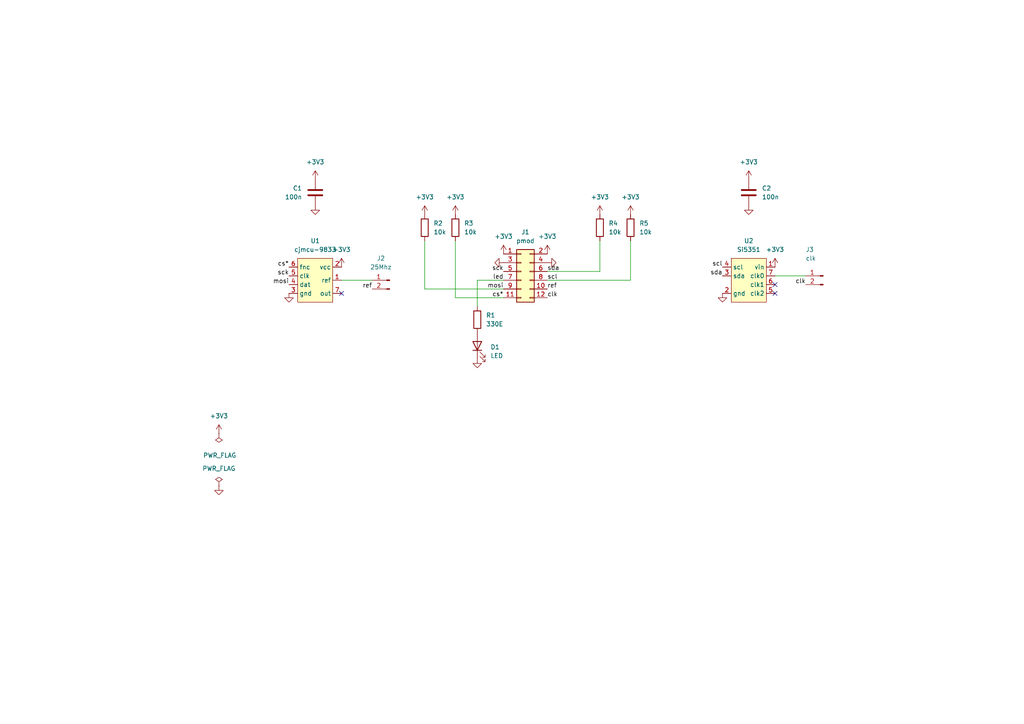
<source format=kicad_sch>
(kicad_sch (version 20211123) (generator eeschema)
  (paper "A4")
  (lib_symbols
    (symbol "Connector:Conn_01x02_Male" (pin_names (offset 1.016) hide)
      (property "Reference" "J" (at 0 2.54 0))
      (property "Value" "Conn_01x02_Male" (at 0 -5.08 0))
      (symbol "Conn_01x02_Male_1_1"
        (polyline (pts (xy 1.27 -2.54) (xy 0.8636 -2.54)) (stroke (width 0.1524)))
        (polyline (pts (xy 1.27 0) (xy 0.8636 0)) (stroke (width 0.1524)))
        (rectangle (start 0.8636 -2.413) (end 0 -2.667) (stroke (width 0.1524)) (fill (type outline)))
        (rectangle (start 0.8636 0.127) (end 0 -0.127) (stroke (width 0.1524)) (fill (type outline)))
        (pin passive line (at 5.08 0 180) (length 3.81) (name "Pin_1") (number "1"))
        (pin passive line (at 5.08 -2.54 180) (length 3.81) (name "Pin_2") (number "2"))
      )
    )
    (symbol "Connector_Generic:Conn_02x06_Odd_Even" (pin_names (offset 1.016) hide)
      (property "Reference" "J" (at 1.27 7.62 0))
      (property "Value" "Conn_02x06_Odd_Even" (at 1.27 -10.16 0))
      (symbol "Conn_02x06_Odd_Even_1_1"
        (rectangle (start -1.27 -7.493) (end 0 -7.747) (stroke (width 0.1524)))
        (rectangle (start -1.27 -4.953) (end 0 -5.207) (stroke (width 0.1524)))
        (rectangle (start -1.27 -2.413) (end 0 -2.667) (stroke (width 0.1524)))
        (rectangle (start -1.27 0.127) (end 0 -0.127) (stroke (width 0.1524)))
        (rectangle (start -1.27 2.667) (end 0 2.413) (stroke (width 0.1524)))
        (rectangle (start -1.27 5.207) (end 0 4.953) (stroke (width 0.1524)))
        (rectangle (start -1.27 6.35) (end 3.81 -8.89) (stroke (width 0.254)) (fill (type background)))
        (rectangle (start 3.81 -7.493) (end 2.54 -7.747) (stroke (width 0.1524)))
        (rectangle (start 3.81 -4.953) (end 2.54 -5.207) (stroke (width 0.1524)))
        (rectangle (start 3.81 -2.413) (end 2.54 -2.667) (stroke (width 0.1524)))
        (rectangle (start 3.81 0.127) (end 2.54 -0.127) (stroke (width 0.1524)))
        (rectangle (start 3.81 2.667) (end 2.54 2.413) (stroke (width 0.1524)))
        (rectangle (start 3.81 5.207) (end 2.54 4.953) (stroke (width 0.1524)))
        (pin passive line (at -5.08 5.08 0) (length 3.81) (name "Pin_1") (number "1"))
        (pin passive line (at 7.62 -5.08 180) (length 3.81) (name "Pin_10") (number "10"))
        (pin passive line (at -5.08 -7.62 0) (length 3.81) (name "Pin_11") (number "11"))
        (pin passive line (at 7.62 -7.62 180) (length 3.81) (name "Pin_12") (number "12"))
        (pin passive line (at 7.62 5.08 180) (length 3.81) (name "Pin_2") (number "2"))
        (pin passive line (at -5.08 2.54 0) (length 3.81) (name "Pin_3") (number "3"))
        (pin passive line (at 7.62 2.54 180) (length 3.81) (name "Pin_4") (number "4"))
        (pin passive line (at -5.08 0 0) (length 3.81) (name "Pin_5") (number "5"))
        (pin passive line (at 7.62 0 180) (length 3.81) (name "Pin_6") (number "6"))
        (pin passive line (at -5.08 -2.54 0) (length 3.81) (name "Pin_7") (number "7"))
        (pin passive line (at 7.62 -2.54 180) (length 3.81) (name "Pin_8") (number "8"))
        (pin passive line (at -5.08 -5.08 0) (length 3.81) (name "Pin_9") (number "9"))
      )
    )
    (symbol "Device:C" (pin_numbers hide) (pin_names (offset 0.254))
      (property "Reference" "C" (at 0.635 2.54 0))
      (property "Value" "C" (at 0.635 -2.54 0))
      (symbol "C_0_1"
        (polyline (pts (xy -2.032 -0.762) (xy 2.032 -0.762)) (stroke (width 0.508)))
        (polyline (pts (xy -2.032 0.762) (xy 2.032 0.762)) (stroke (width 0.508)))
      )
      (symbol "C_1_1"
        (pin passive line (at 0 3.81 270) (length 2.794) (name "~") (number "1"))
        (pin passive line (at 0 -3.81 90) (length 2.794) (name "~") (number "2"))
      )
    )
    (symbol "Device:LED" (pin_numbers hide) (pin_names (offset 1.016) hide)
      (property "Reference" "D" (at 0 2.54 0))
      (property "Value" "LED" (at 0 -2.54 0))
      (symbol "LED_0_1"
        (polyline (pts (xy -1.27 -1.27) (xy -1.27 1.27)) (stroke (width 0.254)))
        (polyline (pts (xy -1.27 0) (xy 1.27 0)))
        (polyline (pts (xy 1.27 -1.27) (xy 1.27 1.27) (xy -1.27 0) (xy 1.27 -1.27)) (stroke (width 0.254)))
        (polyline (pts (xy -3.048 -0.762) (xy -4.572 -2.286) (xy -3.81 -2.286) (xy -4.572 -2.286) (xy -4.572 -1.524)))
        (polyline (pts (xy -1.778 -0.762) (xy -3.302 -2.286) (xy -2.54 -2.286) (xy -3.302 -2.286) (xy -3.302 -1.524)))
      )
      (symbol "LED_1_1"
        (pin passive line (at -3.81 0 0) (length 2.54) (name "K") (number "1"))
        (pin passive line (at 3.81 0 180) (length 2.54) (name "A") (number "2"))
      )
    )
    (symbol "Device:R" (pin_numbers hide) (pin_names (offset 0))
      (property "Reference" "R" (at 2.032 0 90))
      (property "Value" "R" (at 0 0 90))
      (symbol "R_0_1"
        (rectangle (start -1.016 -2.54) (end 1.016 2.54) (stroke (width 0.254)))
      )
      (symbol "R_1_1"
        (pin passive line (at 0 3.81 270) (length 1.27) (name "~") (number "1"))
        (pin passive line (at 0 -3.81 90) (length 1.27) (name "~") (number "2"))
      )
    )
    (symbol "Library:Si5351"
      (property "Reference" "U?" (at 0 2.54 0))
      (property "Value" "Si5351" (at 0 0 0))
      (symbol "Si5351_0_1"
        (rectangle (start -5.08 -2.54) (end 5.08 -15.24) (fill (type background)))
      )
      (symbol "Si5351_1_1"
        (pin power_in line (at 7.62 -5.08 180) (length 2.54) (name "vin") (number "1"))
        (pin power_in line (at -7.62 -12.7 0) (length 2.54) (name "gnd") (number "2"))
        (pin bidirectional line (at -7.62 -7.62 0) (length 2.54) (name "sda") (number "3"))
        (pin input line (at -7.62 -5.08 0) (length 2.54) (name "scl") (number "4"))
        (pin output line (at 7.62 -12.7 180) (length 2.54) (name "clk2") (number "5"))
        (pin output line (at 7.62 -10.16 180) (length 2.54) (name "clk1") (number "6"))
        (pin output line (at 7.62 -7.62 180) (length 2.54) (name "clk0") (number "7"))
      )
    )
    (symbol "Library:cjmcu-9833"
      (property "Reference" "U?" (at 0 2.54 0))
      (property "Value" "cjmcu-9833" (at 0 0 0))
      (symbol "cjmcu-9833_0_1"
        (rectangle (start -5.08 -2.54) (end 5.08 -15.24) (fill (type background)))
      )
      (symbol "cjmcu-9833_1_1"
        (pin output line (at 7.62 -8.89 180) (length 2.54) (name "ref") (number "1"))
        (pin power_in line (at 7.62 -5.08 180) (length 2.54) (name "vcc") (number "2"))
        (pin power_in line (at -7.62 -12.7 0) (length 2.54) (name "gnd") (number "3"))
        (pin bidirectional line (at -7.62 -10.16 0) (length 2.54) (name "dat") (number "4"))
        (pin input line (at -7.62 -7.62 0) (length 2.54) (name "clk") (number "5"))
        (pin input line (at -7.62 -5.08 0) (length 2.54) (name "fnc") (number "6"))
        (pin output line (at 7.62 -12.7 180) (length 2.54) (name "out") (number "7"))
      )
    )
    (symbol "power:+3V3" (power) (pin_names (offset 0))
      (property "Value" "+3V3" (at 0 3.556 0))
      (symbol "+3V3_0_1"
        (polyline (pts (xy -0.762 1.27) (xy 0 2.54)))
        (polyline (pts (xy 0 0) (xy 0 2.54)))
        (polyline (pts (xy 0 2.54) (xy 0.762 1.27)))
      )
      (symbol "+3V3_1_1"
        (pin power_in line (at 0 0 90) (length 0) hide (name "+3V3") (number "1"))
      )
    )
    (symbol "power:GND" (power) (pin_names (offset 0))
      (property "Value" "GND" (at 0 -3.81 0))
      (symbol "GND_0_1"
        (polyline (pts (xy 0 0) (xy 0 -1.27) (xy 1.27 -1.27) (xy 0 -2.54) (xy -1.27 -1.27) (xy 0 -1.27)))
      )
      (symbol "GND_1_1"
        (pin power_in line (at 0 0 270) (length 0) hide (name "GND") (number "1"))
      )
    )
    (symbol "power:PWR_FLAG" (power) (pin_numbers hide) (pin_names (offset 0) hide)
      (property "Value" "PWR_FLAG" (at 0 3.81 0))
      (symbol "PWR_FLAG_0_0"
        (pin power_out line (at 0 0 90) (length 0) (name "pwr") (number "1"))
      )
      (symbol "PWR_FLAG_0_1"
        (polyline (pts (xy 0 0) (xy 0 1.27) (xy -1.016 1.905) (xy 0 2.54) (xy 1.016 1.905) (xy 0 1.27)))
      )
    )
  )
  (no_connect (at 224.79 85.09))
  (no_connect (at 99.06 85.09))
  (no_connect (at 224.79 82.55))
  (wire (pts (xy 173.99 69.85) (xy 173.99 78.74)))
  (wire (pts (xy 158.75 81.28) (xy 182.88 81.28)))
  (wire (pts (xy 123.19 69.85) (xy 123.19 83.82)))
  (wire (pts (xy 138.43 88.9) (xy 138.43 81.28)))
  (wire (pts (xy 138.43 81.28) (xy 146.05 81.28)))
  (wire (pts (xy 173.99 78.74) (xy 158.75 78.74)))
  (wire (pts (xy 132.08 69.85) (xy 132.08 86.36)))
  (wire (pts (xy 123.19 83.82) (xy 146.05 83.82)))
  (wire (pts (xy 99.06 81.28) (xy 107.95 81.28)))
  (wire (pts (xy 182.88 69.85) (xy 182.88 81.28)))
  (wire (pts (xy 224.79 80.01) (xy 233.68 80.01)))
  (wire (pts (xy 132.08 86.36) (xy 146.05 86.36)))
  (label "ref" (at 158.75 83.82 0))
  (label "clk" (at 158.75 86.36 0))
  (label "ref" (at 107.95 83.82 180))
  (label "clk" (at 233.68 82.55 180))
  (label "cs*" (at 83.82 77.47 180))
  (label "sda" (at 209.55 80.01 180))
  (label "mosi" (at 146.05 83.82 180))
  (label "sck" (at 83.82 80.01 180))
  (label "scl" (at 158.75 81.28 0))
  (label "sck" (at 146.05 78.74 180))
  (label "cs*" (at 146.05 86.36 180))
  (label "sda" (at 158.75 78.74 0))
  (label "mosi" (at 83.82 82.55 180))
  (label "scl" (at 209.55 77.47 180))
  (label "led" (at 146.05 81.28 180))
  (symbol (lib_id "Connector:Conn_01x02_Male") (at 238.76 80.01 0) (mirror y) (unit 1)
    (property "Reference" "J3" (at 233.68 72.39 0) (effects (justify right)))
    (property "Value" "clk" (at 233.68 74.93 0) (effects (justify right)))
    (property "Footprint" "Connector_PinHeader_2.54mm:PinHeader_1x02_P2.54mm_Vertical" (effects hide))
  )
  (symbol (lib_id "Device:R") (at 123.19 66.04 0) (unit 1)
    (property "Reference" "R2" (at 125.73 64.7699 0) (effects (justify left)))
    (property "Value" "10k" (at 125.73 67.3099 0) (effects (justify left)))
    (property "Footprint" "Resistor_SMD:R_0603_1608Metric_Pad0.98x0.95mm_HandSolder" (effects hide))
  )
  (symbol (lib_id "power:GND") (at 158.75 76.2 90) (unit 1)
    (property "Reference" "#PWR014" (effects hide))
    (property "Value" "GND" (effects hide))
  )
  (symbol (lib_id "power:GND") (at 146.05 76.2 270) (mirror x) (unit 1)
    (property "Reference" "#PWR012" (effects hide))
    (property "Value" "GND" (effects hide))
  )
  (symbol (lib_id "Library:cjmcu-9833") (at 91.44 72.39 0) (unit 1)
    (property "Reference" "U1" (at 91.44 69.85 0))
    (property "Value" "cjmcu-9833" (at 91.44 72.39 0))
    (property "Footprint" "Library:cjmcu-9833" (effects hide))
  )
  (symbol (lib_id "power:+3V3") (at 99.06 77.47 0) (mirror y) (unit 1)
    (property "Reference" "#PWR08" (effects hide))
    (property "Value" "+3V3" (at 99.06 72.39 0))
  )
  (symbol (lib_id "Device:LED") (at 138.43 100.33 90) (unit 1)
    (property "Reference" "D1" (at 142.24 100.6474 90) (effects (justify right)))
    (property "Value" "LED" (at 142.24 103.1874 90) (effects (justify right)))
    (property "Footprint" "LED_SMD:LED_0603_1608Metric_Pad1.05x0.95mm_HandSolder" (effects hide))
  )
  (symbol (lib_id "power:PWR_FLAG") (at 63.5 140.97 0) (unit 1)
    (property "Reference" "#FLG02" (effects hide))
    (property "Value" "PWR_FLAG" (at 63.5 135.89 0))
  )
  (symbol (lib_id "power:+3V3") (at 123.19 62.23 0) (unit 1)
    (property "Reference" "#PWR09" (effects hide))
    (property "Value" "+3V3" (at 123.19 57.15 0))
  )
  (symbol (lib_id "power:+3V3") (at 224.79 77.47 0) (unit 1)
    (property "Reference" "#PWR020" (effects hide))
    (property "Value" "+3V3" (at 224.79 72.39 0))
  )
  (symbol (lib_id "power:GND") (at 138.43 104.14 0) (unit 1)
    (property "Reference" "#PWR04" (effects hide))
    (property "Value" "GND" (effects hide))
  )
  (symbol (lib_id "Device:R") (at 138.43 92.71 0) (unit 1)
    (property "Reference" "R1" (at 140.97 91.4399 0) (effects (justify left)))
    (property "Value" "330E" (at 140.97 93.9799 0) (effects (justify left)))
    (property "Footprint" "Resistor_SMD:R_0603_1608Metric_Pad0.98x0.95mm_HandSolder" (effects hide))
  )
  (symbol (lib_id "power:GND") (at 209.55 85.09 0) (mirror y) (unit 1)
    (property "Reference" "#PWR017" (effects hide))
    (property "Value" "GND" (effects hide))
  )
  (symbol (lib_id "power:+3V3") (at 158.75 73.66 0) (unit 1)
    (property "Reference" "#PWR013" (effects hide))
    (property "Value" "+3V3" (at 158.75 68.58 0))
  )
  (symbol (lib_id "Library:Si5351") (at 217.17 72.39 0) (unit 1)
    (property "Reference" "U2" (at 217.17 69.85 0))
    (property "Value" "Si5351" (at 217.17 72.39 0))
    (property "Footprint" "Library:Si5351" (effects hide))
  )
  (symbol (lib_id "Connector:Conn_01x02_Male") (at 113.03 81.28 0) (mirror y) (unit 1)
    (property "Reference" "J2" (at 110.49 74.93 0))
    (property "Value" "25Mhz" (at 110.49 77.47 0))
    (property "Footprint" "Connector_PinHeader_2.54mm:PinHeader_1x02_P2.54mm_Vertical" (effects hide))
  )
  (symbol (lib_id "power:PWR_FLAG") (at 63.5 125.73 0) (mirror x) (unit 1)
    (property "Reference" "#FLG01" (effects hide))
    (property "Value" "PWR_FLAG" (at 68.58 132.08 0) (effects (justify right)))
  )
  (symbol (lib_id "Device:C") (at 217.17 55.88 0) (unit 1)
    (property "Reference" "C2" (at 220.98 54.6099 0) (effects (justify left)))
    (property "Value" "100n" (at 220.98 57.1499 0) (effects (justify left)))
    (property "Footprint" "Capacitor_SMD:C_0603_1608Metric_Pad1.08x0.95mm_HandSolder" (effects hide))
  )
  (symbol (lib_id "Device:R") (at 182.88 66.04 0) (unit 1)
    (property "Reference" "R5" (at 185.42 64.7699 0) (effects (justify left)))
    (property "Value" "10k" (at 185.42 67.3099 0) (effects (justify left)))
    (property "Footprint" "Resistor_SMD:R_0603_1608Metric_Pad0.98x0.95mm_HandSolder" (effects hide))
  )
  (symbol (lib_id "power:GND") (at 63.5 140.97 0) (unit 1)
    (property "Reference" "#PWR02" (effects hide))
    (property "Value" "GND" (effects hide))
  )
  (symbol (lib_id "Connector_Generic:Conn_02x06_Odd_Even") (at 151.13 78.74 0) (unit 1)
    (property "Reference" "J1" (at 152.4 67.31 0))
    (property "Value" "pmod" (at 152.4 69.85 0))
    (property "Footprint" "Library:PinHeader_2x06_P2.54mm_Horizontal" (effects hide))
  )
  (symbol (lib_id "Device:R") (at 173.99 66.04 0) (unit 1)
    (property "Reference" "R4" (at 176.53 64.7699 0) (effects (justify left)))
    (property "Value" "10k" (at 176.53 67.3099 0) (effects (justify left)))
    (property "Footprint" "Resistor_SMD:R_0603_1608Metric_Pad0.98x0.95mm_HandSolder" (effects hide))
  )
  (symbol (lib_id "power:GND") (at 83.82 85.09 0) (mirror y) (unit 1)
    (property "Reference" "#PWR05" (effects hide))
    (property "Value" "GND" (effects hide))
  )
  (symbol (lib_id "power:+3V3") (at 217.17 52.07 0) (unit 1)
    (property "Reference" "#PWR018" (effects hide))
    (property "Value" "+3V3" (at 217.17 46.99 0))
  )
  (symbol (lib_id "power:+3V3") (at 63.5 125.73 0) (unit 1)
    (property "Reference" "#PWR01" (effects hide))
    (property "Value" "+3V3" (at 63.5 120.65 0))
  )
  (symbol (lib_id "power:+3V3") (at 132.08 62.23 0) (unit 1)
    (property "Reference" "#PWR010" (effects hide))
    (property "Value" "+3V3" (at 132.08 57.15 0))
  )
  (symbol (lib_id "power:+3V3") (at 91.44 52.07 0) (mirror y) (unit 1)
    (property "Reference" "#PWR06" (effects hide))
    (property "Value" "+3V3" (at 91.44 46.99 0))
  )
  (symbol (lib_id "Device:R") (at 132.08 66.04 0) (unit 1)
    (property "Reference" "R3" (at 134.62 64.7699 0) (effects (justify left)))
    (property "Value" "10k" (at 134.62 67.3099 0) (effects (justify left)))
    (property "Footprint" "Resistor_SMD:R_0603_1608Metric_Pad0.98x0.95mm_HandSolder" (effects hide))
  )
  (symbol (lib_id "power:GND") (at 91.44 59.69 0) (mirror y) (unit 1)
    (property "Reference" "#PWR07" (effects hide))
    (property "Value" "GND" (effects hide))
  )
  (symbol (lib_id "power:GND") (at 217.17 59.69 0) (unit 1)
    (property "Reference" "#PWR019" (effects hide))
    (property "Value" "GND" (effects hide))
  )
  (symbol (lib_id "power:+3V3") (at 146.05 73.66 0) (unit 1)
    (property "Reference" "#PWR011" (effects hide))
    (property "Value" "+3V3" (at 146.05 68.58 0))
  )
  (symbol (lib_id "power:+3V3") (at 182.88 62.23 0) (unit 1)
    (property "Reference" "#PWR016" (effects hide))
    (property "Value" "+3V3" (at 182.88 57.15 0))
  )
  (symbol (lib_id "power:+3V3") (at 173.99 62.23 0) (unit 1)
    (property "Reference" "#PWR015" (effects hide))
    (property "Value" "+3V3" (at 173.99 57.15 0))
  )
  (symbol (lib_id "Device:C") (at 91.44 55.88 0) (mirror y) (unit 1)
    (property "Reference" "C1" (at 87.63 54.6099 0) (effects (justify left)))
    (property "Value" "100n" (at 87.63 57.1499 0) (effects (justify left)))
    (property "Footprint" "Capacitor_SMD:C_0603_1608Metric_Pad1.08x0.95mm_HandSolder" (effects hide))
  )
)
</source>
